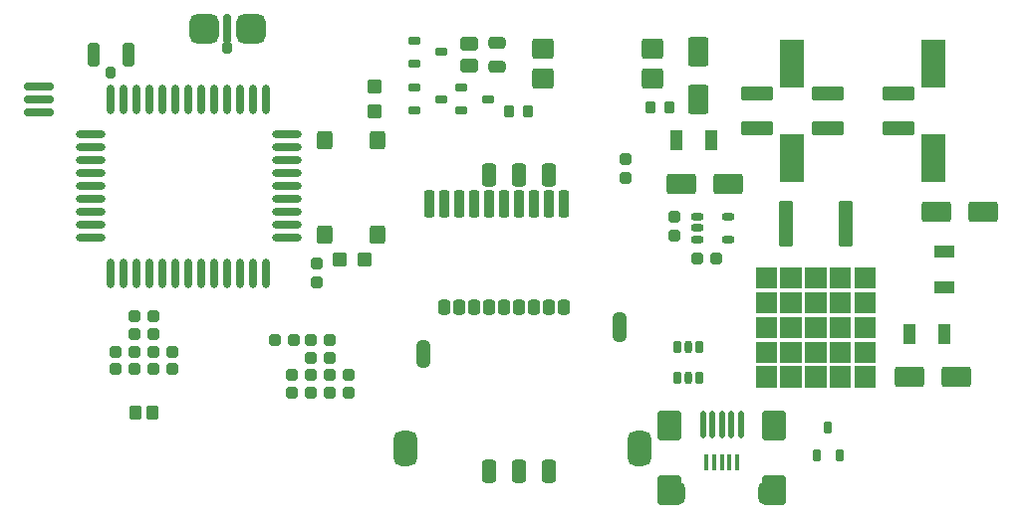
<source format=gtp>
%FSLAX44Y44*%
%MOMM*%
G71*
G01*
G75*
G04 Layer_Color=8421504*
G04:AMPARAMS|DCode=10|XSize=0.7mm|YSize=2.5mm|CornerRadius=0.175mm|HoleSize=0mm|Usage=FLASHONLY|Rotation=0.000|XOffset=0mm|YOffset=0mm|HoleType=Round|Shape=RoundedRectangle|*
%AMROUNDEDRECTD10*
21,1,0.7000,2.1500,0,0,0.0*
21,1,0.3500,2.5000,0,0,0.0*
1,1,0.3500,0.1750,-1.0750*
1,1,0.3500,-0.1750,-1.0750*
1,1,0.3500,-0.1750,1.0750*
1,1,0.3500,0.1750,1.0750*
%
%ADD10ROUNDEDRECTD10*%
G04:AMPARAMS|DCode=11|XSize=2.5mm|YSize=2.5mm|CornerRadius=0.625mm|HoleSize=0mm|Usage=FLASHONLY|Rotation=0.000|XOffset=0mm|YOffset=0mm|HoleType=Round|Shape=RoundedRectangle|*
%AMROUNDEDRECTD11*
21,1,2.5000,1.2500,0,0,0.0*
21,1,1.2500,2.5000,0,0,0.0*
1,1,1.2500,0.6250,-0.6250*
1,1,1.2500,-0.6250,-0.6250*
1,1,1.2500,-0.6250,0.6250*
1,1,1.2500,0.6250,0.6250*
%
%ADD11ROUNDEDRECTD11*%
G04:AMPARAMS|DCode=12|XSize=0.7mm|YSize=2.5mm|CornerRadius=0.175mm|HoleSize=0mm|Usage=FLASHONLY|Rotation=270.000|XOffset=0mm|YOffset=0mm|HoleType=Round|Shape=RoundedRectangle|*
%AMROUNDEDRECTD12*
21,1,0.7000,2.1500,0,0,270.0*
21,1,0.3500,2.5000,0,0,270.0*
1,1,0.3500,-1.0750,-0.1750*
1,1,0.3500,-1.0750,0.1750*
1,1,0.3500,1.0750,0.1750*
1,1,0.3500,1.0750,-0.1750*
%
%ADD12ROUNDEDRECTD12*%
G04:AMPARAMS|DCode=13|XSize=0.8mm|YSize=1mm|CornerRadius=0.2mm|HoleSize=0mm|Usage=FLASHONLY|Rotation=180.000|XOffset=0mm|YOffset=0mm|HoleType=Round|Shape=RoundedRectangle|*
%AMROUNDEDRECTD13*
21,1,0.8000,0.6000,0,0,180.0*
21,1,0.4000,1.0000,0,0,180.0*
1,1,0.4000,-0.2000,0.3000*
1,1,0.4000,0.2000,0.3000*
1,1,0.4000,0.2000,-0.3000*
1,1,0.4000,-0.2000,-0.3000*
%
%ADD13ROUNDEDRECTD13*%
G04:AMPARAMS|DCode=14|XSize=1mm|YSize=2mm|CornerRadius=0.25mm|HoleSize=0mm|Usage=FLASHONLY|Rotation=180.000|XOffset=0mm|YOffset=0mm|HoleType=Round|Shape=RoundedRectangle|*
%AMROUNDEDRECTD14*
21,1,1.0000,1.5000,0,0,180.0*
21,1,0.5000,2.0000,0,0,180.0*
1,1,0.5000,-0.2500,0.7500*
1,1,0.5000,0.2500,0.7500*
1,1,0.5000,0.2500,-0.7500*
1,1,0.5000,-0.2500,-0.7500*
%
%ADD14ROUNDEDRECTD14*%
G04:AMPARAMS|DCode=15|XSize=4.1mm|YSize=2.1mm|CornerRadius=0.1995mm|HoleSize=0mm|Usage=FLASHONLY|Rotation=90.000|XOffset=0mm|YOffset=0mm|HoleType=Round|Shape=RoundedRectangle|*
%AMROUNDEDRECTD15*
21,1,4.1000,1.7010,0,0,90.0*
21,1,3.7010,2.1000,0,0,90.0*
1,1,0.3990,0.8505,1.8505*
1,1,0.3990,0.8505,-1.8505*
1,1,0.3990,-0.8505,-1.8505*
1,1,0.3990,-0.8505,1.8505*
%
%ADD15ROUNDEDRECTD15*%
G04:AMPARAMS|DCode=16|XSize=3.95mm|YSize=1.2mm|CornerRadius=0.198mm|HoleSize=0mm|Usage=FLASHONLY|Rotation=270.000|XOffset=0mm|YOffset=0mm|HoleType=Round|Shape=RoundedRectangle|*
%AMROUNDEDRECTD16*
21,1,3.9500,0.8040,0,0,270.0*
21,1,3.5540,1.2000,0,0,270.0*
1,1,0.3960,-0.4020,-1.7770*
1,1,0.3960,-0.4020,1.7770*
1,1,0.3960,0.4020,1.7770*
1,1,0.3960,0.4020,-1.7770*
%
%ADD16ROUNDEDRECTD16*%
G04:AMPARAMS|DCode=17|XSize=11.3mm|YSize=10.75mm|CornerRadius=0.215mm|HoleSize=0mm|Usage=FLASHONLY|Rotation=270.000|XOffset=0mm|YOffset=0mm|HoleType=Round|Shape=RoundedRectangle|*
%AMROUNDEDRECTD17*
21,1,11.3000,10.3200,0,0,270.0*
21,1,10.8700,10.7500,0,0,270.0*
1,1,0.4300,-5.1600,-5.4350*
1,1,0.4300,-5.1600,5.4350*
1,1,0.4300,5.1600,5.4350*
1,1,0.4300,5.1600,-5.4350*
%
%ADD17ROUNDEDRECTD17*%
G04:AMPARAMS|DCode=18|XSize=1.1mm|YSize=0.7mm|CornerRadius=0.2345mm|HoleSize=0mm|Usage=FLASHONLY|Rotation=270.000|XOffset=0mm|YOffset=0mm|HoleType=Round|Shape=RoundedRectangle|*
%AMROUNDEDRECTD18*
21,1,1.1000,0.2310,0,0,270.0*
21,1,0.6310,0.7000,0,0,270.0*
1,1,0.4690,-0.1155,-0.3155*
1,1,0.4690,-0.1155,0.3155*
1,1,0.4690,0.1155,0.3155*
1,1,0.4690,0.1155,-0.3155*
%
%ADD18ROUNDEDRECTD18*%
G04:AMPARAMS|DCode=19|XSize=1.1mm|YSize=0.6mm|CornerRadius=0.201mm|HoleSize=0mm|Usage=FLASHONLY|Rotation=270.000|XOffset=0mm|YOffset=0mm|HoleType=Round|Shape=RoundedRectangle|*
%AMROUNDEDRECTD19*
21,1,1.1000,0.1980,0,0,270.0*
21,1,0.6980,0.6000,0,0,270.0*
1,1,0.4020,-0.0990,-0.3490*
1,1,0.4020,-0.0990,0.3490*
1,1,0.4020,0.0990,0.3490*
1,1,0.4020,0.0990,-0.3490*
%
%ADD19ROUNDEDRECTD19*%
G04:AMPARAMS|DCode=20|XSize=1.05mm|YSize=0.65mm|CornerRadius=0.2015mm|HoleSize=0mm|Usage=FLASHONLY|Rotation=90.000|XOffset=0mm|YOffset=0mm|HoleType=Round|Shape=RoundedRectangle|*
%AMROUNDEDRECTD20*
21,1,1.0500,0.2470,0,0,90.0*
21,1,0.6470,0.6500,0,0,90.0*
1,1,0.4030,0.1235,0.3235*
1,1,0.4030,0.1235,-0.3235*
1,1,0.4030,-0.1235,-0.3235*
1,1,0.4030,-0.1235,0.3235*
%
%ADD20ROUNDEDRECTD20*%
G04:AMPARAMS|DCode=21|XSize=1.75mm|YSize=1.05mm|CornerRadius=0.1995mm|HoleSize=0mm|Usage=FLASHONLY|Rotation=180.000|XOffset=0mm|YOffset=0mm|HoleType=Round|Shape=RoundedRectangle|*
%AMROUNDEDRECTD21*
21,1,1.7500,0.6510,0,0,180.0*
21,1,1.3510,1.0500,0,0,180.0*
1,1,0.3990,-0.6755,0.3255*
1,1,0.3990,0.6755,0.3255*
1,1,0.3990,0.6755,-0.3255*
1,1,0.3990,-0.6755,-0.3255*
%
%ADD21ROUNDEDRECTD21*%
G04:AMPARAMS|DCode=22|XSize=1.75mm|YSize=1.05mm|CornerRadius=0.1995mm|HoleSize=0mm|Usage=FLASHONLY|Rotation=90.000|XOffset=0mm|YOffset=0mm|HoleType=Round|Shape=RoundedRectangle|*
%AMROUNDEDRECTD22*
21,1,1.7500,0.6510,0,0,90.0*
21,1,1.3510,1.0500,0,0,90.0*
1,1,0.3990,0.3255,0.6755*
1,1,0.3990,0.3255,-0.6755*
1,1,0.3990,-0.3255,-0.6755*
1,1,0.3990,-0.3255,0.6755*
%
%ADD22ROUNDEDRECTD22*%
G04:AMPARAMS|DCode=23|XSize=2.7mm|YSize=1.2mm|CornerRadius=0.21mm|HoleSize=0mm|Usage=FLASHONLY|Rotation=180.000|XOffset=0mm|YOffset=0mm|HoleType=Round|Shape=RoundedRectangle|*
%AMROUNDEDRECTD23*
21,1,2.7000,0.7800,0,0,180.0*
21,1,2.2800,1.2000,0,0,180.0*
1,1,0.4200,-1.1400,0.3900*
1,1,0.4200,1.1400,0.3900*
1,1,0.4200,1.1400,-0.3900*
1,1,0.4200,-1.1400,-0.3900*
%
%ADD23ROUNDEDRECTD23*%
G04:AMPARAMS|DCode=24|XSize=2.5mm|YSize=1.7mm|CornerRadius=0.204mm|HoleSize=0mm|Usage=FLASHONLY|Rotation=0.000|XOffset=0mm|YOffset=0mm|HoleType=Round|Shape=RoundedRectangle|*
%AMROUNDEDRECTD24*
21,1,2.5000,1.2920,0,0,0.0*
21,1,2.0920,1.7000,0,0,0.0*
1,1,0.4080,1.0460,-0.6460*
1,1,0.4080,-1.0460,-0.6460*
1,1,0.4080,-1.0460,0.6460*
1,1,0.4080,1.0460,0.6460*
%
%ADD24ROUNDEDRECTD24*%
G04:AMPARAMS|DCode=25|XSize=1.2mm|YSize=1.2mm|CornerRadius=0.198mm|HoleSize=0mm|Usage=FLASHONLY|Rotation=270.000|XOffset=0mm|YOffset=0mm|HoleType=Round|Shape=RoundedRectangle|*
%AMROUNDEDRECTD25*
21,1,1.2000,0.8040,0,0,270.0*
21,1,0.8040,1.2000,0,0,270.0*
1,1,0.3960,-0.4020,-0.4020*
1,1,0.3960,-0.4020,0.4020*
1,1,0.3960,0.4020,0.4020*
1,1,0.3960,0.4020,-0.4020*
%
%ADD25ROUNDEDRECTD25*%
G04:AMPARAMS|DCode=26|XSize=1.2mm|YSize=1.2mm|CornerRadius=0.198mm|HoleSize=0mm|Usage=FLASHONLY|Rotation=0.000|XOffset=0mm|YOffset=0mm|HoleType=Round|Shape=RoundedRectangle|*
%AMROUNDEDRECTD26*
21,1,1.2000,0.8040,0,0,0.0*
21,1,0.8040,1.2000,0,0,0.0*
1,1,0.3960,0.4020,-0.4020*
1,1,0.3960,-0.4020,-0.4020*
1,1,0.3960,-0.4020,0.4020*
1,1,0.3960,0.4020,0.4020*
%
%ADD26ROUNDEDRECTD26*%
G04:AMPARAMS|DCode=27|XSize=2.5mm|YSize=2mm|CornerRadius=0.2mm|HoleSize=0mm|Usage=FLASHONLY|Rotation=90.000|XOffset=0mm|YOffset=0mm|HoleType=Round|Shape=RoundedRectangle|*
%AMROUNDEDRECTD27*
21,1,2.5000,1.6000,0,0,90.0*
21,1,2.1000,2.0000,0,0,90.0*
1,1,0.4000,0.8000,1.0500*
1,1,0.4000,0.8000,-1.0500*
1,1,0.4000,-0.8000,-1.0500*
1,1,0.4000,-0.8000,1.0500*
%
%ADD27ROUNDEDRECTD27*%
G04:AMPARAMS|DCode=28|XSize=2.3mm|YSize=0.5mm|CornerRadius=0.2mm|HoleSize=0mm|Usage=FLASHONLY|Rotation=90.000|XOffset=0mm|YOffset=0mm|HoleType=Round|Shape=RoundedRectangle|*
%AMROUNDEDRECTD28*
21,1,2.3000,0.1000,0,0,90.0*
21,1,1.9000,0.5000,0,0,90.0*
1,1,0.4000,0.0500,0.9500*
1,1,0.4000,0.0500,-0.9500*
1,1,0.4000,-0.0500,-0.9500*
1,1,0.4000,-0.0500,0.9500*
%
%ADD28ROUNDEDRECTD28*%
G04:AMPARAMS|DCode=29|XSize=1mm|YSize=0.95mm|CornerRadius=0.1995mm|HoleSize=0mm|Usage=FLASHONLY|Rotation=90.000|XOffset=0mm|YOffset=0mm|HoleType=Round|Shape=RoundedRectangle|*
%AMROUNDEDRECTD29*
21,1,1.0000,0.5510,0,0,90.0*
21,1,0.6010,0.9500,0,0,90.0*
1,1,0.3990,0.2755,0.3005*
1,1,0.3990,0.2755,-0.3005*
1,1,0.3990,-0.2755,-0.3005*
1,1,0.3990,-0.2755,0.3005*
%
%ADD29ROUNDEDRECTD29*%
G04:AMPARAMS|DCode=30|XSize=1.1mm|YSize=0.6mm|CornerRadius=0.201mm|HoleSize=0mm|Usage=FLASHONLY|Rotation=0.000|XOffset=0mm|YOffset=0mm|HoleType=Round|Shape=RoundedRectangle|*
%AMROUNDEDRECTD30*
21,1,1.1000,0.1980,0,0,0.0*
21,1,0.6980,0.6000,0,0,0.0*
1,1,0.4020,0.3490,-0.0990*
1,1,0.4020,-0.3490,-0.0990*
1,1,0.4020,-0.3490,0.0990*
1,1,0.4020,0.3490,0.0990*
%
%ADD30ROUNDEDRECTD30*%
G04:AMPARAMS|DCode=31|XSize=1mm|YSize=0.95mm|CornerRadius=0.1995mm|HoleSize=0mm|Usage=FLASHONLY|Rotation=0.000|XOffset=0mm|YOffset=0mm|HoleType=Round|Shape=RoundedRectangle|*
%AMROUNDEDRECTD31*
21,1,1.0000,0.5510,0,0,0.0*
21,1,0.6010,0.9500,0,0,0.0*
1,1,0.3990,0.3005,-0.2755*
1,1,0.3990,-0.3005,-0.2755*
1,1,0.3990,-0.3005,0.2755*
1,1,0.3990,0.3005,0.2755*
%
%ADD31ROUNDEDRECTD31*%
%ADD32O,2.5000X0.7000*%
%ADD33O,0.7000X2.5000*%
G04:AMPARAMS|DCode=34|XSize=1.6mm|YSize=1.3mm|CornerRadius=0.2015mm|HoleSize=0mm|Usage=FLASHONLY|Rotation=270.000|XOffset=0mm|YOffset=0mm|HoleType=Round|Shape=RoundedRectangle|*
%AMROUNDEDRECTD34*
21,1,1.6000,0.8970,0,0,270.0*
21,1,1.1970,1.3000,0,0,270.0*
1,1,0.4030,-0.4485,-0.5985*
1,1,0.4030,-0.4485,0.5985*
1,1,0.4030,0.4485,0.5985*
1,1,0.4030,0.4485,-0.5985*
%
%ADD34ROUNDEDRECTD34*%
G04:AMPARAMS|DCode=35|XSize=2.5mm|YSize=1.15mm|CornerRadius=0.3852mm|HoleSize=0mm|Usage=FLASHONLY|Rotation=90.000|XOffset=0mm|YOffset=0mm|HoleType=Round|Shape=RoundedRectangle|*
%AMROUNDEDRECTD35*
21,1,2.5000,0.3795,0,0,90.0*
21,1,1.7295,1.1500,0,0,90.0*
1,1,0.7705,0.1898,0.8648*
1,1,0.7705,0.1898,-0.8648*
1,1,0.7705,-0.1898,-0.8648*
1,1,0.7705,-0.1898,0.8648*
%
%ADD35ROUNDEDRECTD35*%
G04:AMPARAMS|DCode=36|XSize=1.3mm|YSize=1mm|CornerRadius=0.25mm|HoleSize=0mm|Usage=FLASHONLY|Rotation=90.000|XOffset=0mm|YOffset=0mm|HoleType=Round|Shape=RoundedRectangle|*
%AMROUNDEDRECTD36*
21,1,1.3000,0.5000,0,0,90.0*
21,1,0.8000,1.0000,0,0,90.0*
1,1,0.5000,0.2500,0.4000*
1,1,0.5000,0.2500,-0.4000*
1,1,0.5000,-0.2500,-0.4000*
1,1,0.5000,-0.2500,0.4000*
%
%ADD36ROUNDEDRECTD36*%
G04:AMPARAMS|DCode=37|XSize=2.35mm|YSize=1.15mm|CornerRadius=0.3852mm|HoleSize=0mm|Usage=FLASHONLY|Rotation=90.000|XOffset=0mm|YOffset=0mm|HoleType=Round|Shape=RoundedRectangle|*
%AMROUNDEDRECTD37*
21,1,2.3500,0.3795,0,0,90.0*
21,1,1.5795,1.1500,0,0,90.0*
1,1,0.7705,0.1898,0.7897*
1,1,0.7705,0.1898,-0.7897*
1,1,0.7705,-0.1898,-0.7897*
1,1,0.7705,-0.1898,0.7897*
%
%ADD37ROUNDEDRECTD37*%
%ADD38R,0.4000X1.4000*%
G04:AMPARAMS|DCode=39|XSize=1.8mm|YSize=1.9mm|CornerRadius=0.45mm|HoleSize=0mm|Usage=FLASHONLY|Rotation=0.000|XOffset=0mm|YOffset=0mm|HoleType=Round|Shape=RoundedRectangle|*
%AMROUNDEDRECTD39*
21,1,1.8000,1.0000,0,0,0.0*
21,1,0.9000,1.9000,0,0,0.0*
1,1,0.9000,0.4500,-0.5000*
1,1,0.9000,-0.4500,-0.5000*
1,1,0.9000,-0.4500,0.5000*
1,1,0.9000,0.4500,0.5000*
%
%ADD39ROUNDEDRECTD39*%
G04:AMPARAMS|DCode=40|XSize=2.5mm|YSize=1.7mm|CornerRadius=0.204mm|HoleSize=0mm|Usage=FLASHONLY|Rotation=90.000|XOffset=0mm|YOffset=0mm|HoleType=Round|Shape=RoundedRectangle|*
%AMROUNDEDRECTD40*
21,1,2.5000,1.2920,0,0,90.0*
21,1,2.0920,1.7000,0,0,90.0*
1,1,0.4080,0.6460,1.0460*
1,1,0.4080,0.6460,-1.0460*
1,1,0.4080,-0.6460,-1.0460*
1,1,0.4080,-0.6460,1.0460*
%
%ADD40ROUNDEDRECTD40*%
G04:AMPARAMS|DCode=41|XSize=1.8mm|YSize=1.7mm|CornerRadius=0.204mm|HoleSize=0mm|Usage=FLASHONLY|Rotation=180.000|XOffset=0mm|YOffset=0mm|HoleType=Round|Shape=RoundedRectangle|*
%AMROUNDEDRECTD41*
21,1,1.8000,1.2920,0,0,180.0*
21,1,1.3920,1.7000,0,0,180.0*
1,1,0.4080,-0.6960,0.6460*
1,1,0.4080,0.6960,0.6460*
1,1,0.4080,0.6960,-0.6460*
1,1,0.4080,-0.6960,-0.6460*
%
%ADD41ROUNDEDRECTD41*%
G04:AMPARAMS|DCode=42|XSize=1mm|YSize=1.2mm|CornerRadius=0.165mm|HoleSize=0mm|Usage=FLASHONLY|Rotation=0.000|XOffset=0mm|YOffset=0mm|HoleType=Round|Shape=RoundedRectangle|*
%AMROUNDEDRECTD42*
21,1,1.0000,0.8700,0,0,0.0*
21,1,0.6700,1.2000,0,0,0.0*
1,1,0.3300,0.3350,-0.4350*
1,1,0.3300,-0.3350,-0.4350*
1,1,0.3300,-0.3350,0.4350*
1,1,0.3300,0.3350,0.4350*
%
%ADD42ROUNDEDRECTD42*%
G04:AMPARAMS|DCode=43|XSize=3mm|YSize=2mm|CornerRadius=0.67mm|HoleSize=0mm|Usage=FLASHONLY|Rotation=90.000|XOffset=0mm|YOffset=0mm|HoleType=Round|Shape=RoundedRectangle|*
%AMROUNDEDRECTD43*
21,1,3.0000,0.6600,0,0,90.0*
21,1,1.6600,2.0000,0,0,90.0*
1,1,1.3400,0.3300,0.8300*
1,1,1.3400,0.3300,-0.8300*
1,1,1.3400,-0.3300,-0.8300*
1,1,1.3400,-0.3300,0.8300*
%
%ADD43ROUNDEDRECTD43*%
G04:AMPARAMS|DCode=44|XSize=2.3mm|YSize=0.9mm|CornerRadius=0.225mm|HoleSize=0mm|Usage=FLASHONLY|Rotation=90.000|XOffset=0mm|YOffset=0mm|HoleType=Round|Shape=RoundedRectangle|*
%AMROUNDEDRECTD44*
21,1,2.3000,0.4500,0,0,90.0*
21,1,1.8500,0.9000,0,0,90.0*
1,1,0.4500,0.2250,0.9250*
1,1,0.4500,0.2250,-0.9250*
1,1,0.4500,-0.2250,-0.9250*
1,1,0.4500,-0.2250,0.9250*
%
%ADD44ROUNDEDRECTD44*%
G04:AMPARAMS|DCode=45|XSize=1.2mm|YSize=2mm|CornerRadius=0.3mm|HoleSize=0mm|Usage=FLASHONLY|Rotation=180.000|XOffset=0mm|YOffset=0mm|HoleType=Round|Shape=RoundedRectangle|*
%AMROUNDEDRECTD45*
21,1,1.2000,1.4000,0,0,180.0*
21,1,0.6000,2.0000,0,0,180.0*
1,1,0.6000,-0.3000,0.7000*
1,1,0.6000,0.3000,0.7000*
1,1,0.6000,0.3000,-0.7000*
1,1,0.6000,-0.3000,-0.7000*
%
%ADD45ROUNDEDRECTD45*%
G04:AMPARAMS|DCode=46|XSize=1.05mm|YSize=0.65mm|CornerRadius=0.2015mm|HoleSize=0mm|Usage=FLASHONLY|Rotation=0.000|XOffset=0mm|YOffset=0mm|HoleType=Round|Shape=RoundedRectangle|*
%AMROUNDEDRECTD46*
21,1,1.0500,0.2470,0,0,0.0*
21,1,0.6470,0.6500,0,0,0.0*
1,1,0.4030,0.3235,-0.1235*
1,1,0.4030,-0.3235,-0.1235*
1,1,0.4030,-0.3235,0.1235*
1,1,0.4030,0.3235,0.1235*
%
%ADD46ROUNDEDRECTD46*%
G04:AMPARAMS|DCode=47|XSize=1mm|YSize=0.9mm|CornerRadius=0.198mm|HoleSize=0mm|Usage=FLASHONLY|Rotation=270.000|XOffset=0mm|YOffset=0mm|HoleType=Round|Shape=RoundedRectangle|*
%AMROUNDEDRECTD47*
21,1,1.0000,0.5040,0,0,270.0*
21,1,0.6040,0.9000,0,0,270.0*
1,1,0.3960,-0.2520,-0.3020*
1,1,0.3960,-0.2520,0.3020*
1,1,0.3960,0.2520,0.3020*
1,1,0.3960,0.2520,-0.3020*
%
%ADD47ROUNDEDRECTD47*%
G04:AMPARAMS|DCode=48|XSize=1.45mm|YSize=0.95mm|CornerRadius=0.1995mm|HoleSize=0mm|Usage=FLASHONLY|Rotation=180.000|XOffset=0mm|YOffset=0mm|HoleType=Round|Shape=RoundedRectangle|*
%AMROUNDEDRECTD48*
21,1,1.4500,0.5510,0,0,180.0*
21,1,1.0510,0.9500,0,0,180.0*
1,1,0.3990,-0.5255,0.2755*
1,1,0.3990,0.5255,0.2755*
1,1,0.3990,0.5255,-0.2755*
1,1,0.3990,-0.5255,-0.2755*
%
%ADD48ROUNDEDRECTD48*%
G04:AMPARAMS|DCode=49|XSize=1.45mm|YSize=1.15mm|CornerRadius=0.2013mm|HoleSize=0mm|Usage=FLASHONLY|Rotation=180.000|XOffset=0mm|YOffset=0mm|HoleType=Round|Shape=RoundedRectangle|*
%AMROUNDEDRECTD49*
21,1,1.4500,0.7475,0,0,180.0*
21,1,1.0475,1.1500,0,0,180.0*
1,1,0.4025,-0.5238,0.3738*
1,1,0.4025,0.5238,0.3738*
1,1,0.4025,0.5238,-0.3738*
1,1,0.4025,-0.5238,-0.3738*
%
%ADD49ROUNDEDRECTD49*%
%ADD50C,0.3500*%
%ADD51C,0.4000*%
%ADD52C,0.5000*%
%ADD53C,0.7000*%
%ADD54C,0.2500*%
%ADD55C,2.2000*%
%ADD56C,7.0000*%
%ADD57C,2.5000*%
%ADD58C,1.8000*%
%ADD59C,1.8500*%
%ADD60C,1.6000*%
G04:AMPARAMS|DCode=61|XSize=1.6mm|YSize=1.6mm|CornerRadius=0.2mm|HoleSize=0mm|Usage=FLASHONLY|Rotation=270.000|XOffset=0mm|YOffset=0mm|HoleType=Round|Shape=RoundedRectangle|*
%AMROUNDEDRECTD61*
21,1,1.6000,1.2000,0,0,270.0*
21,1,1.2000,1.6000,0,0,270.0*
1,1,0.4000,-0.6000,-0.6000*
1,1,0.4000,-0.6000,0.6000*
1,1,0.4000,0.6000,0.6000*
1,1,0.4000,0.6000,-0.6000*
%
%ADD61ROUNDEDRECTD61*%
G04:AMPARAMS|DCode=62|XSize=1.6mm|YSize=1.6mm|CornerRadius=0.2mm|HoleSize=0mm|Usage=FLASHONLY|Rotation=0.000|XOffset=0mm|YOffset=0mm|HoleType=Round|Shape=RoundedRectangle|*
%AMROUNDEDRECTD62*
21,1,1.6000,1.2000,0,0,0.0*
21,1,1.2000,1.6000,0,0,0.0*
1,1,0.4000,0.6000,-0.6000*
1,1,0.4000,-0.6000,-0.6000*
1,1,0.4000,-0.6000,0.6000*
1,1,0.4000,0.6000,0.6000*
%
%ADD62ROUNDEDRECTD62*%
%ADD63C,0.5000*%
%ADD64R,1.8500X1.8500*%
%ADD65R,1.3000X1.3000*%
%ADD66C,1.3000*%
G04:AMPARAMS|DCode=67|XSize=1.15mm|YSize=2.1mm|CornerRadius=0.2875mm|HoleSize=0mm|Usage=FLASHONLY|Rotation=0.000|XOffset=0mm|YOffset=0mm|HoleType=Round|Shape=RoundedRectangle|*
%AMROUNDEDRECTD67*
21,1,1.1500,1.5250,0,0,0.0*
21,1,0.5750,2.1000,0,0,0.0*
1,1,0.5750,0.2875,-0.7625*
1,1,0.5750,-0.2875,-0.7625*
1,1,0.5750,-0.2875,0.7625*
1,1,0.5750,0.2875,0.7625*
%
%ADD67ROUNDEDRECTD67*%
%ADD68C,0.7000*%
%ADD69C,1.2000*%
G04:AMPARAMS|DCode=70|XSize=0.7mm|YSize=0.7mm|CornerRadius=0.175mm|HoleSize=0mm|Usage=FLASHONLY|Rotation=0.000|XOffset=0mm|YOffset=0mm|HoleType=Round|Shape=RoundedRectangle|*
%AMROUNDEDRECTD70*
21,1,0.7000,0.3500,0,0,0.0*
21,1,0.3500,0.7000,0,0,0.0*
1,1,0.3500,0.1750,-0.1750*
1,1,0.3500,-0.1750,-0.1750*
1,1,0.3500,-0.1750,0.1750*
1,1,0.3500,0.1750,0.1750*
%
%ADD70ROUNDEDRECTD70*%
G04:AMPARAMS|DCode=71|XSize=1mm|YSize=1mm|CornerRadius=0.25mm|HoleSize=0mm|Usage=FLASHONLY|Rotation=90.000|XOffset=0mm|YOffset=0mm|HoleType=Round|Shape=RoundedRectangle|*
%AMROUNDEDRECTD71*
21,1,1.0000,0.5000,0,0,90.0*
21,1,0.5000,1.0000,0,0,90.0*
1,1,0.5000,0.2500,0.2500*
1,1,0.5000,0.2500,-0.2500*
1,1,0.5000,-0.2500,-0.2500*
1,1,0.5000,-0.2500,0.2500*
%
%ADD71ROUNDEDRECTD71*%
%ADD72C,0.3000*%
%ADD73C,0.2000*%
%ADD74C,0.2540*%
%ADD75C,0.1500*%
%ADD76C,0.1000*%
%ADD77C,0.0750*%
G36*
X780000Y125500D02*
X762000D01*
Y143500D01*
X780000D01*
Y125500D01*
D02*
G37*
G36*
X759000D02*
X741000D01*
Y143500D01*
X759000D01*
Y125500D01*
D02*
G37*
G36*
X738000D02*
X720000D01*
Y143500D01*
X738000D01*
Y125500D01*
D02*
G37*
G36*
Y146500D02*
X720000D01*
Y164500D01*
X738000D01*
Y146500D01*
D02*
G37*
G36*
X717000D02*
X699000D01*
Y164500D01*
X717000D01*
Y146500D01*
D02*
G37*
G36*
X801000Y125500D02*
X783000D01*
Y143500D01*
X801000D01*
Y125500D01*
D02*
G37*
G36*
X759000Y104500D02*
X741000D01*
Y122500D01*
X759000D01*
Y104500D01*
D02*
G37*
G36*
X738000D02*
X720000D01*
Y122500D01*
X738000D01*
Y104500D01*
D02*
G37*
G36*
X717000D02*
X699000D01*
Y122500D01*
X717000D01*
Y104500D01*
D02*
G37*
G36*
Y125500D02*
X699000D01*
Y143500D01*
X717000D01*
Y125500D01*
D02*
G37*
G36*
X801000Y104500D02*
X783000D01*
Y122500D01*
X801000D01*
Y104500D01*
D02*
G37*
G36*
X780000D02*
X762000D01*
Y122500D01*
X780000D01*
Y104500D01*
D02*
G37*
G36*
X759000Y146500D02*
X741000D01*
Y164500D01*
X759000D01*
Y146500D01*
D02*
G37*
G36*
X738000Y188500D02*
X720000D01*
Y206500D01*
X738000D01*
Y188500D01*
D02*
G37*
G36*
X717000D02*
X699000D01*
Y206500D01*
X717000D01*
Y188500D01*
D02*
G37*
G36*
X801000Y167500D02*
X783000D01*
Y185500D01*
X801000D01*
Y167500D01*
D02*
G37*
G36*
Y188500D02*
X783000D01*
Y206500D01*
X801000D01*
Y188500D01*
D02*
G37*
G36*
X780000D02*
X762000D01*
Y206500D01*
X780000D01*
Y188500D01*
D02*
G37*
G36*
X759000D02*
X741000D01*
Y206500D01*
X759000D01*
Y188500D01*
D02*
G37*
G36*
X717000Y167500D02*
X699000D01*
Y185500D01*
X717000D01*
Y167500D01*
D02*
G37*
G36*
X801000Y146500D02*
X783000D01*
Y164500D01*
X801000D01*
Y146500D01*
D02*
G37*
G36*
X780000D02*
X762000D01*
Y164500D01*
X780000D01*
Y146500D01*
D02*
G37*
G36*
Y167500D02*
X762000D01*
Y185500D01*
X780000D01*
Y167500D01*
D02*
G37*
G36*
X759000D02*
X741000D01*
Y185500D01*
X759000D01*
Y167500D01*
D02*
G37*
G36*
X738000D02*
X720000D01*
Y185500D01*
X738000D01*
Y167500D01*
D02*
G37*
D10*
X250000Y410045D02*
D03*
D11*
X230000D02*
D03*
X270000D02*
D03*
D12*
X90000Y361000D02*
D03*
Y350000D02*
D03*
Y339000D02*
D03*
D13*
X250000Y394000D02*
D03*
X151000Y373000D02*
D03*
D14*
X265000Y409000D02*
D03*
X235000D02*
D03*
X136000Y388000D02*
D03*
X166000D02*
D03*
D15*
X730000Y380500D02*
D03*
Y299500D02*
D03*
X850000Y380500D02*
D03*
Y299500D02*
D03*
D16*
X775400Y243500D02*
D03*
X724600D02*
D03*
D18*
X651250Y113000D02*
D03*
X632250D02*
D03*
Y139000D02*
D03*
X651250D02*
D03*
D19*
X641750Y113000D02*
D03*
Y139000D02*
D03*
D20*
X751000Y47000D02*
D03*
X770000D02*
D03*
X760500Y69999D02*
D03*
D21*
X859363Y220000D02*
D03*
Y190000D02*
D03*
D22*
Y150000D02*
D03*
X829363D02*
D03*
X661124Y315000D02*
D03*
X631124D02*
D03*
D23*
X700000Y354500D02*
D03*
Y325500D02*
D03*
X760500Y354500D02*
D03*
Y325500D02*
D03*
X820000Y354500D02*
D03*
Y325500D02*
D03*
D24*
X852363Y254000D02*
D03*
X892363D02*
D03*
X829363Y113500D02*
D03*
X869363D02*
D03*
X675344Y277624D02*
D03*
X635344D02*
D03*
D25*
X375000Y339500D02*
D03*
Y360500D02*
D03*
D26*
X366500Y213622D02*
D03*
X345500D02*
D03*
D27*
X625749Y72000D02*
D03*
Y17000D02*
D03*
X714749D02*
D03*
Y72000D02*
D03*
D28*
X686249Y73000D02*
D03*
X678249D02*
D03*
X670249D02*
D03*
X662249D02*
D03*
X654249D02*
D03*
D29*
X171000Y120000D02*
D03*
X155000D02*
D03*
X171000Y135000D02*
D03*
X155000D02*
D03*
X187000Y150000D02*
D03*
X171000D02*
D03*
X187000Y165000D02*
D03*
X171000D02*
D03*
X203000Y120000D02*
D03*
X187000D02*
D03*
X203000Y135000D02*
D03*
X187000D02*
D03*
X665500Y214500D02*
D03*
X649500D02*
D03*
X337000Y115000D02*
D03*
X353000D02*
D03*
X337000Y100000D02*
D03*
X353000D02*
D03*
X321000Y130000D02*
D03*
X337000D02*
D03*
X321000Y145000D02*
D03*
X337000D02*
D03*
X305000Y115000D02*
D03*
X321000D02*
D03*
X305000Y100000D02*
D03*
X321000D02*
D03*
X306000Y145000D02*
D03*
X290000D02*
D03*
D30*
X675500Y249750D02*
D03*
Y230750D02*
D03*
X649500D02*
D03*
Y240250D02*
D03*
Y249750D02*
D03*
D31*
X629750Y233750D02*
D03*
Y249750D02*
D03*
X326000Y194000D02*
D03*
Y210000D02*
D03*
X588000Y298802D02*
D03*
Y282802D02*
D03*
D32*
X133500Y232000D02*
D03*
Y243000D02*
D03*
Y254000D02*
D03*
Y265000D02*
D03*
Y276000D02*
D03*
Y287000D02*
D03*
Y298000D02*
D03*
Y309000D02*
D03*
Y320000D02*
D03*
X300500D02*
D03*
Y309000D02*
D03*
Y298000D02*
D03*
Y287000D02*
D03*
Y276000D02*
D03*
Y265000D02*
D03*
Y254000D02*
D03*
Y243000D02*
D03*
Y232000D02*
D03*
D33*
X283000Y350000D02*
D03*
X272000D02*
D03*
X261000D02*
D03*
X250000D02*
D03*
X239000D02*
D03*
X228000D02*
D03*
X217000D02*
D03*
X206000D02*
D03*
X195000D02*
D03*
X184000D02*
D03*
X173000D02*
D03*
X162000D02*
D03*
X151000D02*
D03*
Y202000D02*
D03*
X162000D02*
D03*
X173000D02*
D03*
X184000D02*
D03*
X195000D02*
D03*
X206000D02*
D03*
X217000D02*
D03*
X228000D02*
D03*
X239000D02*
D03*
X250000D02*
D03*
X261000D02*
D03*
X272000D02*
D03*
X283000D02*
D03*
D34*
X377500Y235000D02*
D03*
Y315000D02*
D03*
X332500Y235000D02*
D03*
Y315000D02*
D03*
D35*
X583300Y156000D02*
D03*
D36*
X497600Y172500D02*
D03*
X484900D02*
D03*
X510300D02*
D03*
X535700D02*
D03*
X459500D02*
D03*
X523000D02*
D03*
X472200D02*
D03*
X446800D02*
D03*
X434100D02*
D03*
D37*
X416700Y132800D02*
D03*
D38*
X683249Y41000D02*
D03*
X657249D02*
D03*
X676749D02*
D03*
X663749D02*
D03*
X670249D02*
D03*
D39*
X710249Y14500D02*
D03*
X630249D02*
D03*
D40*
X650000Y390000D02*
D03*
Y350000D02*
D03*
D41*
X518500Y367300D02*
D03*
Y392700D02*
D03*
X611500D02*
D03*
Y367300D02*
D03*
D42*
X186500Y83000D02*
D03*
X171500D02*
D03*
D43*
X600500Y52600D02*
D03*
X401000D02*
D03*
D44*
X497500Y261000D02*
D03*
X484800D02*
D03*
X510200D02*
D03*
X535600D02*
D03*
X459400D02*
D03*
X522900D02*
D03*
X472100D02*
D03*
X446700D02*
D03*
X434000D02*
D03*
X421300D02*
D03*
D45*
X472050Y285500D02*
D03*
X522850D02*
D03*
Y33500D02*
D03*
X497450D02*
D03*
X472050D02*
D03*
X497450Y285500D02*
D03*
D46*
X431500Y390000D02*
D03*
X408500Y380500D02*
D03*
Y399500D02*
D03*
X431500Y350000D02*
D03*
X408500Y340500D02*
D03*
Y359500D02*
D03*
X471500Y350000D02*
D03*
X448500Y340500D02*
D03*
Y359500D02*
D03*
D47*
X625787Y343130D02*
D03*
X609787D02*
D03*
X489600Y340000D02*
D03*
X505600D02*
D03*
D48*
X479501Y377999D02*
D03*
Y397999D02*
D03*
D49*
X455080Y378749D02*
D03*
Y396749D02*
D03*
M02*

</source>
